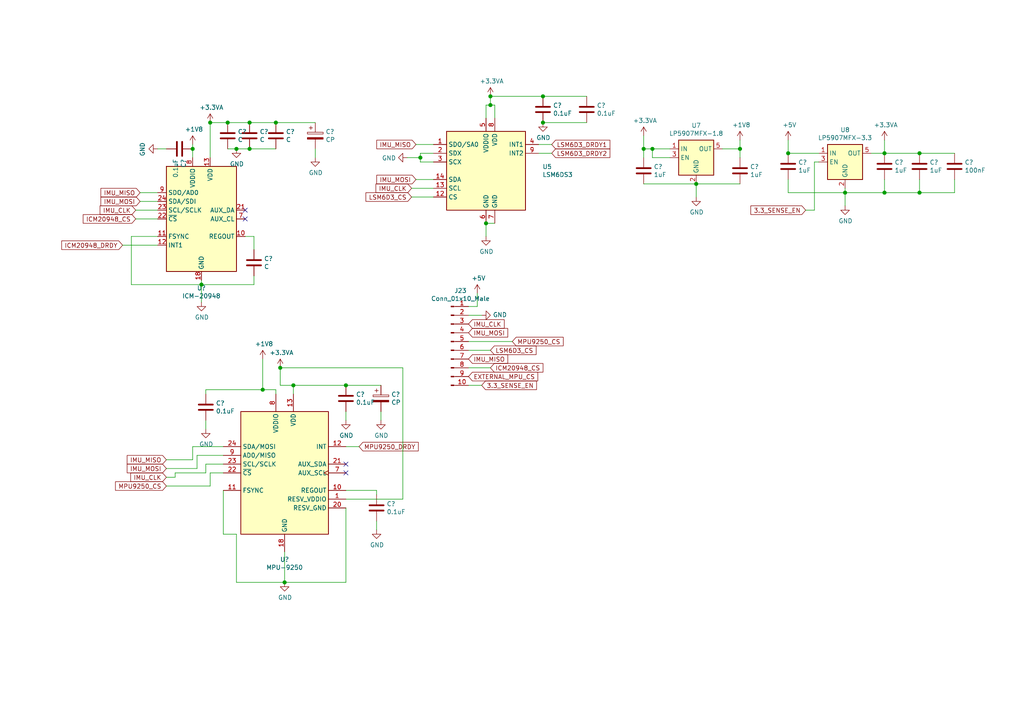
<source format=kicad_sch>
(kicad_sch (version 20200828) (generator eeschema)
  (page 1 1)
  (paper "A4")
  (lib_symbols
    (symbol "Connector:Conn_01x10_Male" (pin_names (offset 1.016) hide)
      (property "Reference" "J" (at 0 12.7 0))
      (property "Value" "Conn_01x10_Male" (at 0 -15.24 0))
      (symbol "Conn_01x10_Male_1_1"
        (rectangle (start 0.8636 -12.573) (end 0 -12.827) (stroke (width 0.1524)) (fill (type outline)))
        (rectangle (start 0.8636 -10.033) (end 0 -10.287) (stroke (width 0.1524)) (fill (type outline)))
        (rectangle (start 0.8636 -7.493) (end 0 -7.747) (stroke (width 0.1524)) (fill (type outline)))
        (rectangle (start 0.8636 -4.953) (end 0 -5.207) (stroke (width 0.1524)) (fill (type outline)))
        (rectangle (start 0.8636 -2.413) (end 0 -2.667) (stroke (width 0.1524)) (fill (type outline)))
        (rectangle (start 0.8636 0.127) (end 0 -0.127) (stroke (width 0.1524)) (fill (type outline)))
        (rectangle (start 0.8636 2.667) (end 0 2.413) (stroke (width 0.1524)) (fill (type outline)))
        (rectangle (start 0.8636 5.207) (end 0 4.953) (stroke (width 0.1524)) (fill (type outline)))
        (rectangle (start 0.8636 7.747) (end 0 7.493) (stroke (width 0.1524)) (fill (type outline)))
        (rectangle (start 0.8636 10.287) (end 0 10.033) (stroke (width 0.1524)) (fill (type outline)))
        (polyline (pts (xy 1.27 -12.7) (xy 0.8636 -12.7)) (stroke (width 0.1524)))
        (polyline (pts (xy 1.27 -10.16) (xy 0.8636 -10.16)) (stroke (width 0.1524)))
        (polyline (pts (xy 1.27 -7.62) (xy 0.8636 -7.62)) (stroke (width 0.1524)))
        (polyline (pts (xy 1.27 -5.08) (xy 0.8636 -5.08)) (stroke (width 0.1524)))
        (polyline (pts (xy 1.27 -2.54) (xy 0.8636 -2.54)) (stroke (width 0.1524)))
        (polyline (pts (xy 1.27 0) (xy 0.8636 0)) (stroke (width 0.1524)))
        (polyline (pts (xy 1.27 2.54) (xy 0.8636 2.54)) (stroke (width 0.1524)))
        (polyline (pts (xy 1.27 5.08) (xy 0.8636 5.08)) (stroke (width 0.1524)))
        (polyline (pts (xy 1.27 7.62) (xy 0.8636 7.62)) (stroke (width 0.1524)))
        (polyline (pts (xy 1.27 10.16) (xy 0.8636 10.16)) (stroke (width 0.1524)))
        (pin passive line (at 5.08 10.16 180) (length 3.81) (name "Pin_1") (number "1"))
        (pin passive line (at 5.08 -12.7 180) (length 3.81) (name "Pin_10") (number "10"))
        (pin passive line (at 5.08 7.62 180) (length 3.81) (name "Pin_2") (number "2"))
        (pin passive line (at 5.08 5.08 180) (length 3.81) (name "Pin_3") (number "3"))
        (pin passive line (at 5.08 2.54 180) (length 3.81) (name "Pin_4") (number "4"))
        (pin passive line (at 5.08 0 180) (length 3.81) (name "Pin_5") (number "5"))
        (pin passive line (at 5.08 -2.54 180) (length 3.81) (name "Pin_6") (number "6"))
        (pin passive line (at 5.08 -5.08 180) (length 3.81) (name "Pin_7") (number "7"))
        (pin passive line (at 5.08 -7.62 180) (length 3.81) (name "Pin_8") (number "8"))
        (pin passive line (at 5.08 -10.16 180) (length 3.81) (name "Pin_9") (number "9"))
      )
    )
    (symbol "Device:C" (pin_numbers hide) (pin_names (offset 0.254))
      (property "Reference" "C" (at 0.635 2.54 0))
      (property "Value" "C" (at 0.635 -2.54 0))
      (symbol "C_0_1"
        (polyline (pts (xy -2.032 -0.762) (xy 2.032 -0.762)) (stroke (width 0.508)))
        (polyline (pts (xy -2.032 0.762) (xy 2.032 0.762)) (stroke (width 0.508)))
      )
      (symbol "C_1_1"
        (pin passive line (at 0 3.81 270) (length 2.794) (name "~") (number "1"))
        (pin passive line (at 0 -3.81 90) (length 2.794) (name "~") (number "2"))
      )
    )
    (symbol "Device:CP" (pin_numbers hide) (pin_names (offset 0.254))
      (property "Reference" "C" (at 0.635 2.54 0))
      (property "Value" "CP" (at 0.635 -2.54 0))
      (symbol "CP_0_1"
        (rectangle (start -2.286 0.508) (end 2.286 1.016))
        (rectangle (start 2.286 -0.508) (end -2.286 -1.016) (fill (type outline)))
        (polyline (pts (xy -1.778 2.286) (xy -0.762 2.286)))
        (polyline (pts (xy -1.27 2.794) (xy -1.27 1.778)))
      )
      (symbol "CP_1_1"
        (pin passive line (at 0 3.81 270) (length 2.794) (name "~") (number "1"))
        (pin passive line (at 0 -3.81 90) (length 2.794) (name "~") (number "2"))
      )
    )
    (symbol "Regulator_Linear:LP5907MFX-1.8"
      (property "Reference" "U" (at -3.81 6.35 0))
      (property "Value" "LP5907MFX-1.8" (at 6.35 6.35 0))
      (symbol "LP5907MFX-1.8_0_1"
        (rectangle (start -5.08 -5.08) (end 5.08 5.08) (stroke (width 0.254)) (fill (type background)))
        (pin power_in line (at -7.62 2.54 0) (length 2.54) (name "IN") (number "1"))
        (pin power_in line (at 0 -7.62 90) (length 2.54) (name "GND") (number "2"))
        (pin input line (at -7.62 0 0) (length 2.54) (name "EN") (number "3"))
        (pin unconnected line (at 5.08 0 180) (length 2.54) hide (name "NC") (number "4"))
        (pin power_out line (at 7.62 2.54 180) (length 2.54) (name "OUT") (number "5"))
      )
    )
    (symbol "Regulator_Linear:LP5907MFX-3.3"
      (property "Reference" "U" (at -3.81 6.35 0))
      (property "Value" "LP5907MFX-3.3" (at 6.35 6.35 0))
      (symbol "LP5907MFX-3.3_0_1"
        (rectangle (start -5.08 -5.08) (end 5.08 5.08) (stroke (width 0.254)) (fill (type background)))
        (pin power_in line (at -7.62 2.54 0) (length 2.54) (name "IN") (number "1"))
        (pin power_in line (at 0 -7.62 90) (length 2.54) (name "GND") (number "2"))
        (pin input line (at -7.62 0 0) (length 2.54) (name "EN") (number "3"))
        (pin unconnected line (at 5.08 0 180) (length 2.54) hide (name "NC") (number "4"))
        (pin power_out line (at 7.62 2.54 180) (length 2.54) (name "OUT") (number "5"))
      )
    )
    (symbol "Sensor_Motion:ICM-20948"
      (property "Reference" "U" (at -11.43 16.51 0))
      (property "Value" "ICM-20948" (at 7.62 -16.51 0))
      (symbol "ICM-20948_0_1"
        (rectangle (start -10.16 15.24) (end 10.16 -15.24) (stroke (width 0.254)) (fill (type background)))
      )
      (symbol "ICM-20948_1_1"
        (pin unconnected line (at -10.16 12.7 0) (length 2.54) hide (name "NC") (number "1"))
        (pin passive line (at 12.7 -5.08 180) (length 2.54) (name "REGOUT") (number "10"))
        (pin input line (at -12.7 -5.08 0) (length 2.54) (name "FSYNC") (number "11"))
        (pin output line (at -12.7 -7.62 0) (length 2.54) (name "INT1") (number "12"))
        (pin power_in line (at 2.54 17.78 270) (length 2.54) (name "VDD") (number "13"))
        (pin unconnected line (at 10.16 7.62 180) (length 2.54) hide (name "NC") (number "14"))
        (pin unconnected line (at 10.16 5.08 180) (length 2.54) hide (name "NC") (number "15"))
        (pin unconnected line (at 10.16 -7.62 180) (length 2.54) hide (name "NC") (number "16"))
        (pin unconnected line (at 10.16 -10.16 180) (length 2.54) hide (name "NC") (number "17"))
        (pin power_in line (at 0 -17.78 90) (length 2.54) (name "GND") (number "18"))
        (pin unconnected line (at 10.16 -12.7 180) (length 2.54) hide (name "RESV") (number "19"))
        (pin unconnected line (at -10.16 10.16 0) (length 2.54) hide (name "NC") (number "2"))
        (pin passive line (at 0 -17.78 90) (length 2.54) hide (name "GND") (number "20"))
        (pin bidirectional line (at 12.7 2.54 180) (length 2.54) (name "AUX_DA") (number "21"))
        (pin input line (at -12.7 0 0) (length 2.54) (name "~CS") (number "22"))
        (pin input line (at -12.7 2.54 0) (length 2.54) (name "SCL/SCLK") (number "23"))
        (pin bidirectional line (at -12.7 5.08 0) (length 2.54) (name "SDA/SDI") (number "24"))
        (pin unconnected line (at -10.16 -2.54 0) (length 2.54) hide (name "NC") (number "3"))
        (pin unconnected line (at -10.16 -10.16 0) (length 2.54) hide (name "NC") (number "4"))
        (pin unconnected line (at -10.16 -12.7 0) (length 2.54) hide (name "NC") (number "5"))
        (pin unconnected line (at 10.16 10.16 180) (length 2.54) hide (name "NC") (number "6"))
        (pin output line (at 12.7 0 180) (length 2.54) (name "AUX_CL") (number "7"))
        (pin power_in line (at -2.54 17.78 270) (length 2.54) (name "VDDIO") (number "8"))
        (pin bidirectional line (at -12.7 7.62 0) (length 2.54) (name "SDO/AD0") (number "9"))
      )
    )
    (symbol "Sensor_Motion:LSM6DS3"
      (property "Reference" "U" (at -11.43 15.24 0))
      (property "Value" "LSM6DS3" (at -11.43 12.7 0))
      (symbol "LSM6DS3_0_1"
        (rectangle (start 11.43 11.43) (end -11.43 -11.43) (stroke (width 0.254)) (fill (type background)))
      )
      (symbol "LSM6DS3_1_1"
        (pin bidirectional line (at -15.24 7.62 0) (length 3.81) (name "SDO/SA0") (number "1"))
        (pin unconnected line (at 10.16 -5.08 180) (length 3.81) hide (name "NC") (number "10"))
        (pin unconnected line (at 10.16 -2.54 180) (length 3.81) hide (name "NC") (number "11"))
        (pin input line (at -15.24 -7.62 0) (length 3.81) (name "CS") (number "12"))
        (pin input line (at -15.24 -5.08 0) (length 3.81) (name "SCL") (number "13"))
        (pin bidirectional line (at -15.24 -2.54 0) (length 3.81) (name "SDA") (number "14"))
        (pin bidirectional line (at -15.24 5.08 0) (length 3.81) (name "SDX") (number "2"))
        (pin input line (at -15.24 2.54 0) (length 3.81) (name "SCX") (number "3"))
        (pin output line (at 15.24 7.62 180) (length 3.81) (name "INT1") (number "4"))
        (pin power_in line (at 0 15.24 270) (length 3.81) (name "VDDIO") (number "5"))
        (pin power_in line (at 0 -15.24 90) (length 3.81) (name "GND") (number "6"))
        (pin power_in line (at 2.54 -15.24 90) (length 3.81) (name "GND") (number "7"))
        (pin power_in line (at 2.54 15.24 270) (length 3.81) (name "VDD") (number "8"))
        (pin output line (at 15.24 5.08 180) (length 3.81) (name "INT2") (number "9"))
      )
    )
    (symbol "Sensor_Motion:MPU-9250"
      (property "Reference" "U" (at -11.43 19.05 0))
      (property "Value" "MPU-9250" (at 7.62 -19.05 0))
      (symbol "MPU-9250_0_1"
        (rectangle (start -12.7 17.78) (end 12.7 -17.78) (stroke (width 0.254)) (fill (type background)))
      )
      (symbol "MPU-9250_1_1"
        (pin input line (at 17.78 -7.62 180) (length 5.08) (name "RESV_VDDIO") (number "1"))
        (pin passive line (at 17.78 -5.08 180) (length 5.08) (name "REGOUT") (number "10"))
        (pin input line (at -17.78 -5.08 0) (length 5.08) (name "FSYNC") (number "11"))
        (pin output line (at 17.78 7.62 180) (length 5.08) (name "INT") (number "12"))
        (pin power_in line (at 2.54 22.86 270) (length 5.08) (name "VDD") (number "13"))
        (pin power_in line (at 0 -22.86 90) (length 5.08) (name "GND") (number "18"))
        (pin power_in line (at 17.78 -10.16 180) (length 5.08) (name "RESV_GND") (number "20"))
        (pin bidirectional line (at 17.78 2.54 180) (length 5.08) (name "AUX_SDA") (number "21"))
        (pin input line (at -17.78 0 0) (length 5.08) (name "~CS") (number "22"))
        (pin input line (at -17.78 2.54 0) (length 5.08) (name "SCL/SCLK") (number "23"))
        (pin bidirectional line (at -17.78 7.62 0) (length 5.08) (name "SDA/MOSI") (number "24"))
        (pin output clock (at 17.78 0 180) (length 5.08) (name "AUX_SCL") (number "7"))
        (pin power_in line (at -2.54 22.86 270) (length 5.08) (name "VDDIO") (number "8"))
        (pin bidirectional line (at -17.78 5.08 0) (length 5.08) (name "AD0/MISO") (number "9"))
      )
    )
    (symbol "power:+1V8" (power) (pin_names (offset 0))
      (property "Value" "+1V8" (at 0 3.556 0))
      (symbol "+1V8_0_1"
        (polyline (pts (xy -0.762 1.27) (xy 0 2.54)))
        (polyline (pts (xy 0 0) (xy 0 2.54)))
        (polyline (pts (xy 0 2.54) (xy 0.762 1.27)))
      )
      (symbol "+1V8_1_1"
        (pin power_in line (at 0 0 90) (length 0) hide (name "+1V8") (number "1"))
      )
    )
    (symbol "power:+3.3VA" (power) (pin_names (offset 0))
      (property "Value" "+3.3VA" (at 0 3.556 0))
      (symbol "+3.3VA_0_1"
        (polyline (pts (xy -0.762 1.27) (xy 0 2.54)))
        (polyline (pts (xy 0 0) (xy 0 2.54)))
        (polyline (pts (xy 0 2.54) (xy 0.762 1.27)))
      )
      (symbol "+3.3VA_1_1"
        (pin power_in line (at 0 0 90) (length 0) hide (name "+3.3VA") (number "1"))
      )
    )
    (symbol "power:+5V" (power) (pin_names (offset 0))
      (property "Value" "+5V" (at 0 3.556 0))
      (symbol "+5V_0_1"
        (polyline (pts (xy -0.762 1.27) (xy 0 2.54)))
        (polyline (pts (xy 0 0) (xy 0 2.54)))
        (polyline (pts (xy 0 2.54) (xy 0.762 1.27)))
      )
      (symbol "+5V_1_1"
        (pin power_in line (at 0 0 90) (length 0) hide (name "+5V") (number "1"))
      )
    )
    (symbol "power:GND" (power) (pin_names (offset 0))
      (property "Value" "GND" (at 0 -3.81 0))
      (symbol "GND_0_1"
        (polyline (pts (xy 0 0) (xy 0 -1.27) (xy 1.27 -1.27) (xy 0 -2.54) (xy -1.27 -1.27) (xy 0 -1.27)))
      )
      (symbol "GND_1_1"
        (pin power_in line (at 0 0 270) (length 0) hide (name "GND") (number "1"))
      )
    )
  )
  (junction (at 55.88 43.18) (diameter 1.016))
  (junction (at 58.42 82.55) (diameter 1.016))
  (junction (at 60.96 35.56) (diameter 1.016))
  (junction (at 66.04 35.56) (diameter 1.016))
  (junction (at 68.58 43.18) (diameter 1.016))
  (junction (at 72.39 35.56) (diameter 1.016))
  (junction (at 72.39 43.18) (diameter 1.016))
  (junction (at 76.2 113.03) (diameter 1.016))
  (junction (at 80.01 35.56) (diameter 1.016))
  (junction (at 81.28 106.68) (diameter 1.016))
  (junction (at 82.55 168.91) (diameter 1.016))
  (junction (at 85.09 111.76) (diameter 1.016))
  (junction (at 100.33 111.76) (diameter 1.016))
  (junction (at 121.92 45.72) (diameter 1.016))
  (junction (at 140.97 64.77) (diameter 1.016))
  (junction (at 142.24 27.94) (diameter 1.016))
  (junction (at 142.24 30.48) (diameter 1.016))
  (junction (at 157.48 27.94) (diameter 1.016))
  (junction (at 157.48 35.56) (diameter 1.016))
  (junction (at 186.69 43.18) (diameter 1.016))
  (junction (at 189.23 43.18) (diameter 1.016))
  (junction (at 201.93 53.34) (diameter 1.016))
  (junction (at 214.63 43.18) (diameter 1.016))
  (junction (at 228.6 44.45) (diameter 1.016))
  (junction (at 245.11 55.88) (diameter 1.016))
  (junction (at 256.54 44.45) (diameter 1.016))
  (junction (at 256.54 55.88) (diameter 1.016))
  (junction (at 266.7 44.45) (diameter 1.016))
  (junction (at 266.7 55.88) (diameter 1.016))
  (no_connect (at 71.12 63.5))
  (no_connect (at 100.33 137.16))
  (no_connect (at 71.12 60.96))
  (no_connect (at 100.33 134.62))
  (wire (pts (xy 35.56 71.12) (xy 45.72 71.12)))
  (wire (pts (xy 38.1 68.58) (xy 38.1 82.55)))
  (wire (pts (xy 38.1 82.55) (xy 58.42 82.55)))
  (wire (pts (xy 39.37 60.96) (xy 45.72 60.96)))
  (wire (pts (xy 39.37 63.5) (xy 45.72 63.5)))
  (wire (pts (xy 40.64 58.42) (xy 45.72 58.42)))
  (wire (pts (xy 45.72 55.88) (xy 40.64 55.88)))
  (wire (pts (xy 45.72 68.58) (xy 38.1 68.58)))
  (wire (pts (xy 48.26 43.18) (xy 45.72 43.18)))
  (wire (pts (xy 48.26 133.35) (xy 55.88 133.35)))
  (wire (pts (xy 48.26 140.97) (xy 60.96 140.97)))
  (wire (pts (xy 50.8 137.16) (xy 50.8 138.43)))
  (wire (pts (xy 50.8 137.16) (xy 59.69 137.16)))
  (wire (pts (xy 50.8 138.43) (xy 48.26 138.43)))
  (wire (pts (xy 55.88 43.18) (xy 55.88 41.91)))
  (wire (pts (xy 55.88 45.72) (xy 55.88 43.18)))
  (wire (pts (xy 55.88 129.54) (xy 55.88 133.35)))
  (wire (pts (xy 55.88 129.54) (xy 64.77 129.54)))
  (wire (pts (xy 57.15 132.08) (xy 57.15 135.89)))
  (wire (pts (xy 57.15 135.89) (xy 48.26 135.89)))
  (wire (pts (xy 58.42 82.55) (xy 58.42 81.28)))
  (wire (pts (xy 58.42 82.55) (xy 58.42 87.63)))
  (wire (pts (xy 59.69 113.03) (xy 59.69 114.3)))
  (wire (pts (xy 59.69 113.03) (xy 76.2 113.03)))
  (wire (pts (xy 59.69 121.92) (xy 59.69 124.46)))
  (wire (pts (xy 59.69 134.62) (xy 64.77 134.62)))
  (wire (pts (xy 59.69 137.16) (xy 59.69 134.62)))
  (wire (pts (xy 60.96 35.56) (xy 60.96 45.72)))
  (wire (pts (xy 60.96 35.56) (xy 66.04 35.56)))
  (wire (pts (xy 60.96 137.16) (xy 64.77 137.16)))
  (wire (pts (xy 60.96 140.97) (xy 60.96 137.16)))
  (wire (pts (xy 64.77 132.08) (xy 57.15 132.08)))
  (wire (pts (xy 64.77 142.24) (xy 64.77 154.94)))
  (wire (pts (xy 64.77 154.94) (xy 68.58 154.94)))
  (wire (pts (xy 66.04 35.56) (xy 72.39 35.56)))
  (wire (pts (xy 66.04 43.18) (xy 68.58 43.18)))
  (wire (pts (xy 68.58 43.18) (xy 72.39 43.18)))
  (wire (pts (xy 68.58 168.91) (xy 68.58 154.94)))
  (wire (pts (xy 68.58 168.91) (xy 82.55 168.91)))
  (wire (pts (xy 71.12 68.58) (xy 73.66 68.58)))
  (wire (pts (xy 72.39 35.56) (xy 80.01 35.56)))
  (wire (pts (xy 73.66 68.58) (xy 73.66 72.39)))
  (wire (pts (xy 73.66 80.01) (xy 73.66 82.55)))
  (wire (pts (xy 73.66 82.55) (xy 58.42 82.55)))
  (wire (pts (xy 76.2 104.14) (xy 76.2 113.03)))
  (wire (pts (xy 76.2 113.03) (xy 80.01 113.03)))
  (wire (pts (xy 80.01 43.18) (xy 72.39 43.18)))
  (wire (pts (xy 80.01 113.03) (xy 80.01 114.3)))
  (wire (pts (xy 81.28 106.68) (xy 81.28 111.76)))
  (wire (pts (xy 82.55 160.02) (xy 82.55 168.91)))
  (wire (pts (xy 85.09 111.76) (xy 81.28 111.76)))
  (wire (pts (xy 85.09 111.76) (xy 100.33 111.76)))
  (wire (pts (xy 85.09 114.3) (xy 85.09 111.76)))
  (wire (pts (xy 91.44 35.56) (xy 80.01 35.56)))
  (wire (pts (xy 91.44 43.18) (xy 91.44 45.72)))
  (wire (pts (xy 100.33 111.76) (xy 110.49 111.76)))
  (wire (pts (xy 100.33 119.38) (xy 100.33 121.92)))
  (wire (pts (xy 100.33 142.24) (xy 109.22 142.24)))
  (wire (pts (xy 100.33 144.78) (xy 116.84 144.78)))
  (wire (pts (xy 100.33 147.32) (xy 100.33 168.91)))
  (wire (pts (xy 100.33 168.91) (xy 82.55 168.91)))
  (wire (pts (xy 104.14 129.54) (xy 100.33 129.54)))
  (wire (pts (xy 109.22 142.24) (xy 109.22 143.51)))
  (wire (pts (xy 109.22 153.67) (xy 109.22 151.13)))
  (wire (pts (xy 110.49 119.38) (xy 110.49 121.92)))
  (wire (pts (xy 116.84 106.68) (xy 81.28 106.68)))
  (wire (pts (xy 116.84 144.78) (xy 116.84 106.68)))
  (wire (pts (xy 118.11 45.72) (xy 121.92 45.72)))
  (wire (pts (xy 119.38 54.61) (xy 125.73 54.61)))
  (wire (pts (xy 119.38 57.15) (xy 125.73 57.15)))
  (wire (pts (xy 120.65 52.07) (xy 125.73 52.07)))
  (wire (pts (xy 121.92 44.45) (xy 121.92 45.72)))
  (wire (pts (xy 121.92 45.72) (xy 121.92 46.99)))
  (wire (pts (xy 121.92 46.99) (xy 125.73 46.99)))
  (wire (pts (xy 125.73 41.91) (xy 120.65 41.91)))
  (wire (pts (xy 125.73 44.45) (xy 121.92 44.45)))
  (wire (pts (xy 135.89 88.9) (xy 138.43 88.9)))
  (wire (pts (xy 135.89 91.44) (xy 139.7 91.44)))
  (wire (pts (xy 135.89 111.76) (xy 139.7 111.76)))
  (wire (pts (xy 138.43 88.9) (xy 138.43 85.09)))
  (wire (pts (xy 140.97 30.48) (xy 142.24 30.48)))
  (wire (pts (xy 140.97 34.29) (xy 140.97 30.48)))
  (wire (pts (xy 140.97 64.77) (xy 143.51 64.77)))
  (wire (pts (xy 140.97 68.58) (xy 140.97 64.77)))
  (wire (pts (xy 142.24 27.94) (xy 157.48 27.94)))
  (wire (pts (xy 142.24 30.48) (xy 142.24 27.94)))
  (wire (pts (xy 142.24 30.48) (xy 143.51 30.48)))
  (wire (pts (xy 142.24 101.6) (xy 135.89 101.6)))
  (wire (pts (xy 142.24 106.68) (xy 135.89 106.68)))
  (wire (pts (xy 143.51 30.48) (xy 143.51 34.29)))
  (wire (pts (xy 148.59 99.06) (xy 135.89 99.06)))
  (wire (pts (xy 157.48 27.94) (xy 170.18 27.94)))
  (wire (pts (xy 157.48 35.56) (xy 170.18 35.56)))
  (wire (pts (xy 160.02 41.91) (xy 156.21 41.91)))
  (wire (pts (xy 160.02 44.45) (xy 156.21 44.45)))
  (wire (pts (xy 186.69 39.37) (xy 186.69 43.18)))
  (wire (pts (xy 186.69 43.18) (xy 186.69 45.72)))
  (wire (pts (xy 186.69 43.18) (xy 189.23 43.18)))
  (wire (pts (xy 186.69 53.34) (xy 201.93 53.34)))
  (wire (pts (xy 189.23 43.18) (xy 194.31 43.18)))
  (wire (pts (xy 189.23 45.72) (xy 189.23 43.18)))
  (wire (pts (xy 194.31 45.72) (xy 189.23 45.72)))
  (wire (pts (xy 201.93 53.34) (xy 201.93 57.15)))
  (wire (pts (xy 201.93 53.34) (xy 214.63 53.34)))
  (wire (pts (xy 209.55 43.18) (xy 214.63 43.18)))
  (wire (pts (xy 214.63 43.18) (xy 214.63 40.64)))
  (wire (pts (xy 214.63 43.18) (xy 214.63 45.72)))
  (wire (pts (xy 228.6 44.45) (xy 228.6 40.64)))
  (wire (pts (xy 228.6 44.45) (xy 237.49 44.45)))
  (wire (pts (xy 228.6 52.07) (xy 228.6 55.88)))
  (wire (pts (xy 228.6 55.88) (xy 245.11 55.88)))
  (wire (pts (xy 233.68 60.96) (xy 236.22 60.96)))
  (wire (pts (xy 236.22 46.99) (xy 237.49 46.99)))
  (wire (pts (xy 236.22 60.96) (xy 236.22 46.99)))
  (wire (pts (xy 245.11 55.88) (xy 245.11 54.61)))
  (wire (pts (xy 245.11 55.88) (xy 245.11 59.69)))
  (wire (pts (xy 245.11 55.88) (xy 256.54 55.88)))
  (wire (pts (xy 252.73 44.45) (xy 256.54 44.45)))
  (wire (pts (xy 256.54 44.45) (xy 256.54 40.64)))
  (wire (pts (xy 256.54 44.45) (xy 266.7 44.45)))
  (wire (pts (xy 256.54 52.07) (xy 256.54 55.88)))
  (wire (pts (xy 256.54 55.88) (xy 266.7 55.88)))
  (wire (pts (xy 266.7 44.45) (xy 276.86 44.45)))
  (wire (pts (xy 266.7 52.07) (xy 266.7 55.88)))
  (wire (pts (xy 266.7 55.88) (xy 276.86 55.88)))
  (wire (pts (xy 276.86 52.07) (xy 276.86 55.88)))
  (global_label "ICM20948_DRDY" (shape input) (at 35.56 71.12 180))
  (global_label "IMU_CLK" (shape input) (at 39.37 60.96 180))
  (global_label "ICM20948_CS" (shape input) (at 39.37 63.5 180))
  (global_label "IMU_MISO" (shape input) (at 40.64 55.88 180))
  (global_label "IMU_MOSI" (shape input) (at 40.64 58.42 180))
  (global_label "IMU_MISO" (shape input) (at 48.26 133.35 180))
  (global_label "IMU_MOSI" (shape input) (at 48.26 135.89 180))
  (global_label "IMU_CLK" (shape input) (at 48.26 138.43 180))
  (global_label "MPU9250_CS" (shape input) (at 48.26 140.97 180))
  (global_label "MPU9250_DRDY" (shape input) (at 104.14 129.54 0))
  (global_label "IMU_CLK" (shape input) (at 119.38 54.61 180))
  (global_label "LSM6D3_CS" (shape input) (at 119.38 57.15 180))
  (global_label "IMU_MISO" (shape input) (at 120.65 41.91 180))
  (global_label "IMU_MOSI" (shape input) (at 120.65 52.07 180))
  (global_label "IMU_CLK" (shape input) (at 135.89 93.98 0))
  (global_label "IMU_MOSI" (shape input) (at 135.89 96.52 0))
  (global_label "IMU_MISO" (shape input) (at 135.89 104.14 0))
  (global_label "EXTERNAL_MPU_CS" (shape input) (at 135.89 109.22 0))
  (global_label "3.3_SENSE_EN" (shape input) (at 139.7 111.76 0))
  (global_label "LSM6D3_CS" (shape input) (at 142.24 101.6 0))
  (global_label "ICM20948_CS" (shape input) (at 142.24 106.68 0))
  (global_label "MPU9250_CS" (shape input) (at 148.59 99.06 0))
  (global_label "LSM6D3_DRDY1" (shape input) (at 160.02 41.91 0))
  (global_label "LSM6D3_DRDY2" (shape input) (at 160.02 44.45 0))
  (global_label "3.3_SENSE_EN" (shape input) (at 233.68 60.96 180))
  (symbol (lib_id "power:+1V8") (at 55.88 41.91 0)
    (property "Reference" "#PWR?" (effects hide))
    (property "Value" "+1V8" (at 56.261 37.5158 0))
  )
  (symbol (lib_id "power:+3.3VA") (at 60.96 35.56 0)
    (property "Reference" "#PWR?" (effects hide))
    (property "Value" "+3.3VA" (at 61.341 31.1658 0))
  )
  (symbol (lib_id "power:+1V8") (at 76.2 104.14 0)
    (property "Reference" "#PWR?" (effects hide))
    (property "Value" "+1V8" (at 76.581 99.7458 0))
  )
  (symbol (lib_id "power:+3.3VA") (at 81.28 106.68 0)
    (property "Reference" "#PWR?" (effects hide))
    (property "Value" "+3.3VA" (at 81.661 102.2858 0))
  )
  (symbol (lib_id "power:+5V") (at 138.43 85.09 0)
    (property "Reference" "#PWR?" (effects hide))
    (property "Value" "+5V" (at 138.811 80.6958 0))
  )
  (symbol (lib_id "power:+3.3VA") (at 142.24 27.94 0)
    (property "Reference" "#PWR?" (effects hide))
    (property "Value" "+3.3VA" (at 142.621 23.5458 0))
  )
  (symbol (lib_id "power:+3.3VA") (at 186.69 39.37 0)
    (property "Reference" "#PWR?" (effects hide))
    (property "Value" "+3.3VA" (at 187.071 34.9758 0))
  )
  (symbol (lib_id "power:+1V8") (at 214.63 40.64 0)
    (property "Reference" "#PWR?" (effects hide))
    (property "Value" "+1V8" (at 215.011 36.2458 0))
  )
  (symbol (lib_id "power:+5V") (at 228.6 40.64 0)
    (property "Reference" "#PWR?" (effects hide))
    (property "Value" "+5V" (at 228.981 36.2458 0))
  )
  (symbol (lib_id "power:+3.3VA") (at 256.54 40.64 0)
    (property "Reference" "#PWR?" (effects hide))
    (property "Value" "+3.3VA" (at 256.921 36.2458 0))
  )
  (symbol (lib_id "power:GND") (at 45.72 43.18 270)
    (property "Reference" "#PWR?" (effects hide))
    (property "Value" "GND" (at 41.3258 43.307 0))
  )
  (symbol (lib_id "power:GND") (at 58.42 87.63 0)
    (property "Reference" "#PWR?" (effects hide))
    (property "Value" "GND" (at 58.547 92.0242 0))
  )
  (symbol (lib_id "power:GND") (at 59.69 124.46 0)
    (property "Reference" "#PWR?" (effects hide))
    (property "Value" "GND" (at 59.817 128.8542 0))
  )
  (symbol (lib_id "power:GND") (at 68.58 43.18 0)
    (property "Reference" "#PWR?" (effects hide))
    (property "Value" "GND" (at 68.707 47.5742 0))
  )
  (symbol (lib_id "power:GND") (at 82.55 168.91 0)
    (property "Reference" "#PWR?" (effects hide))
    (property "Value" "GND" (at 82.677 173.3042 0))
  )
  (symbol (lib_id "power:GND") (at 91.44 45.72 0)
    (property "Reference" "#PWR?" (effects hide))
    (property "Value" "GND" (at 91.567 50.1142 0))
  )
  (symbol (lib_id "power:GND") (at 100.33 121.92 0)
    (property "Reference" "#PWR?" (effects hide))
    (property "Value" "GND" (at 100.457 126.3142 0))
  )
  (symbol (lib_id "power:GND") (at 109.22 153.67 0)
    (property "Reference" "#PWR?" (effects hide))
    (property "Value" "GND" (at 109.347 158.0642 0))
  )
  (symbol (lib_id "power:GND") (at 110.49 121.92 0)
    (property "Reference" "#PWR?" (effects hide))
    (property "Value" "GND" (at 110.617 126.3142 0))
  )
  (symbol (lib_id "power:GND") (at 118.11 45.72 270) (unit 1)
    (property "Reference" "#PWR0140" (effects hide))
    (property "Value" "GND" (at 114.8588 45.847 90) (effects (justify right)))
  )
  (symbol (lib_id "power:GND") (at 139.7 91.44 90) (unit 1)
    (property "Reference" "#PWR0189" (effects hide))
    (property "Value" "GND" (at 142.9512 91.313 90) (effects (justify right)))
  )
  (symbol (lib_id "power:GND") (at 140.97 68.58 0) (unit 1)
    (property "Reference" "#PWR0137" (effects hide))
    (property "Value" "GND" (at 141.097 72.9742 0))
  )
  (symbol (lib_id "power:GND") (at 157.48 35.56 0) (unit 1)
    (property "Reference" "#PWR0139" (effects hide))
    (property "Value" "GND" (at 157.607 39.9542 0))
  )
  (symbol (lib_id "power:GND") (at 201.93 57.15 0)
    (property "Reference" "#PWR?" (effects hide))
    (property "Value" "GND" (at 202.057 61.5442 0))
  )
  (symbol (lib_id "power:GND") (at 245.11 59.69 0)
    (property "Reference" "#PWR?" (effects hide))
    (property "Value" "GND" (at 245.237 64.0842 0))
  )
  (symbol (lib_id "Device:C") (at 52.07 43.18 270)
    (property "Reference" "C?" (at 53.2384 46.101 0) (effects (justify left)))
    (property "Value" "0.1uF" (at 50.927 46.101 0) (effects (justify left)))
    (property "Footprint" "Capacitor_SMD:C_0603_1608Metric" (effects hide))
  )
  (symbol (lib_id "Device:C") (at 59.69 118.11 0)
    (property "Reference" "C?" (at 62.611 116.9416 0) (effects (justify left)))
    (property "Value" "0.1uF" (at 62.611 119.253 0) (effects (justify left)))
    (property "Footprint" "Capacitor_SMD:C_0603_1608Metric" (effects hide))
  )
  (symbol (lib_id "Device:C") (at 66.04 39.37 0)
    (property "Reference" "C?" (at 68.961 38.2016 0) (effects (justify left)))
    (property "Value" "C" (at 68.961 40.513 0) (effects (justify left)))
    (property "Footprint" "Capacitor_SMD:C_0402_1005Metric" (effects hide))
  )
  (symbol (lib_id "Device:C") (at 72.39 39.37 0)
    (property "Reference" "C?" (at 75.311 38.2016 0) (effects (justify left)))
    (property "Value" "C" (at 75.311 40.513 0) (effects (justify left)))
    (property "Footprint" "Capacitor_SMD:C_0402_1005Metric" (effects hide))
  )
  (symbol (lib_id "Device:C") (at 73.66 76.2 0)
    (property "Reference" "C?" (at 76.581 75.0316 0) (effects (justify left)))
    (property "Value" "C" (at 76.581 77.343 0) (effects (justify left)))
    (property "Footprint" "Capacitor_SMD:C_0402_1005Metric" (effects hide))
  )
  (symbol (lib_id "Device:C") (at 80.01 39.37 0)
    (property "Reference" "C?" (at 82.931 38.2016 0) (effects (justify left)))
    (property "Value" "C" (at 82.931 40.513 0) (effects (justify left)))
    (property "Footprint" "Capacitor_SMD:C_0402_1005Metric" (effects hide))
  )
  (symbol (lib_id "Device:CP") (at 91.44 39.37 0)
    (property "Reference" "C?" (at 94.4372 38.2016 0) (effects (justify left)))
    (property "Value" "CP" (at 94.4372 40.513 0) (effects (justify left)))
    (property "Footprint" "Capacitor_SMD:C_1206_3216Metric" (effects hide))
  )
  (symbol (lib_id "Device:C") (at 100.33 115.57 0)
    (property "Reference" "C?" (at 103.251 114.4016 0) (effects (justify left)))
    (property "Value" "0.1uF" (at 103.251 116.713 0) (effects (justify left)))
    (property "Footprint" "Capacitor_SMD:C_0603_1608Metric" (effects hide))
  )
  (symbol (lib_id "Device:C") (at 109.22 147.32 0)
    (property "Reference" "C?" (at 112.141 146.1516 0) (effects (justify left)))
    (property "Value" "0.1uF" (at 112.141 148.463 0) (effects (justify left)))
    (property "Footprint" "Capacitor_SMD:C_0603_1608Metric" (effects hide))
  )
  (symbol (lib_id "Device:CP") (at 110.49 115.57 0)
    (property "Reference" "C?" (at 113.4872 114.4016 0) (effects (justify left)))
    (property "Value" "CP" (at 113.4872 116.713 0) (effects (justify left)))
    (property "Footprint" "Capacitor_SMD:C_1206_3216Metric" (effects hide))
  )
  (symbol (lib_id "Device:C") (at 157.48 31.75 0)
    (property "Reference" "C?" (at 160.401 30.5816 0) (effects (justify left)))
    (property "Value" "0.1uF" (at 160.401 32.893 0) (effects (justify left)))
    (property "Footprint" "Capacitor_SMD:C_0603_1608Metric" (effects hide))
  )
  (symbol (lib_id "Device:C") (at 170.18 31.75 0)
    (property "Reference" "C?" (at 173.101 30.5816 0) (effects (justify left)))
    (property "Value" "0.1uF" (at 173.101 32.893 0) (effects (justify left)))
    (property "Footprint" "Capacitor_SMD:C_0603_1608Metric" (effects hide))
  )
  (symbol (lib_id "Device:C") (at 186.69 49.53 0)
    (property "Reference" "C?" (at 189.611 48.3616 0) (effects (justify left)))
    (property "Value" "1uF" (at 189.611 50.673 0) (effects (justify left)))
    (property "Footprint" "Capacitor_SMD:C_0603_1608Metric_Pad1.05x0.95mm_HandSolder" (effects hide))
  )
  (symbol (lib_id "Device:C") (at 214.63 49.53 0)
    (property "Reference" "C?" (at 217.551 48.3616 0) (effects (justify left)))
    (property "Value" "1uF" (at 217.551 50.673 0) (effects (justify left)))
    (property "Footprint" "Capacitor_SMD:C_0603_1608Metric_Pad1.05x0.95mm_HandSolder" (effects hide))
  )
  (symbol (lib_id "Device:C") (at 228.6 48.26 0)
    (property "Reference" "C?" (at 231.521 47.0916 0) (effects (justify left)))
    (property "Value" "1uF" (at 231.521 49.403 0) (effects (justify left)))
    (property "Footprint" "Capacitor_SMD:C_0603_1608Metric_Pad1.05x0.95mm_HandSolder" (effects hide))
  )
  (symbol (lib_id "Device:C") (at 256.54 48.26 0)
    (property "Reference" "C?" (at 259.461 47.0916 0) (effects (justify left)))
    (property "Value" "1uF" (at 259.461 49.403 0) (effects (justify left)))
    (property "Footprint" "Capacitor_SMD:C_0603_1608Metric_Pad1.05x0.95mm_HandSolder" (effects hide))
  )
  (symbol (lib_id "Device:C") (at 266.7 48.26 0)
    (property "Reference" "C?" (at 269.621 47.0916 0) (effects (justify left)))
    (property "Value" "1uF" (at 269.621 49.403 0) (effects (justify left)))
    (property "Footprint" "Capacitor_SMD:C_0402_1005Metric" (effects hide))
  )
  (symbol (lib_id "Device:C") (at 276.86 48.26 0)
    (property "Reference" "C?" (at 279.781 47.0916 0) (effects (justify left)))
    (property "Value" "100nF" (at 279.781 49.403 0) (effects (justify left)))
    (property "Footprint" "Capacitor_SMD:C_0402_1005Metric" (effects hide))
  )
  (symbol (lib_id "Connector:Conn_01x10_Male") (at 130.81 99.06 0) (unit 1)
    (property "Reference" "J23" (at 133.5532 84.3026 0))
    (property "Value" "Conn_01x10_Male" (at 133.5532 86.614 0))
    (property "Footprint" "Connector_PinHeader_2.54mm:PinHeader_1x10_P2.54mm_Vertical" (effects hide))
  )
  (symbol (lib_id "Regulator_Linear:LP5907MFX-1.8") (at 201.93 45.72 0) (unit 1)
    (property "Reference" "U7" (at 201.93 36.3982 0))
    (property "Value" "LP5907MFX-1.8" (at 201.93 38.7096 0))
    (property "Footprint" "Package_TO_SOT_SMD:SOT-23-5" (effects hide))
    (property "Datasheet" "http://www.ti.com/lit/ds/symlink/lp5907.pdf" (effects hide))
  )
  (symbol (lib_id "Regulator_Linear:LP5907MFX-3.3") (at 245.11 46.99 0) (unit 1)
    (property "Reference" "U8" (at 245.11 37.6682 0))
    (property "Value" "LP5907MFX-3.3" (at 245.11 39.9796 0))
    (property "Footprint" "Package_TO_SOT_SMD:SOT-23-5" (effects hide))
    (property "Datasheet" "http://www.ti.com/lit/ds/symlink/lp5907.pdf" (effects hide))
  )
  (symbol (lib_id "Sensor_Motion:ICM-20948") (at 58.42 63.5 0)
    (property "Reference" "U?" (at 58.42 83.5406 0))
    (property "Value" "ICM-20948" (at 58.42 85.852 0))
    (property "Footprint" "Sensor_Motion:InvenSense_QFN-24_3x3mm_P0.4mm" (effects hide))
    (property "Datasheet" "http://www.invensense.com/wp-content/uploads/2016/06/DS-000189-ICM-20948-v1.3.pdf" (effects hide))
  )
  (symbol (lib_id "Sensor_Motion:LSM6DS3") (at 140.97 49.53 0) (unit 1)
    (property "Reference" "U5" (at 157.3276 48.3616 0) (effects (justify left)))
    (property "Value" "LSM6DS3" (at 157.3276 50.673 0) (effects (justify left)))
    (property "Footprint" "Package_LGA:LGA-14_3x2.5mm_P0.5mm_LayoutBorder3x4y" (effects hide))
    (property "Datasheet" "www.st.com/resource/en/datasheet/lsm6ds3.pdf" (effects hide))
  )
  (symbol (lib_id "Sensor_Motion:MPU-9250") (at 82.55 137.16 0)
    (property "Reference" "U?" (at 82.55 162.2806 0))
    (property "Value" "MPU-9250" (at 82.55 164.592 0))
    (property "Footprint" "Sensor_Motion:InvenSense_QFN-24_3x3mm_P0.4mm" (effects hide))
    (property "Datasheet" "https://store.invensense.com/datasheets/invensense/MPU9250REV1.0.pdf" (effects hide))
  )
)
</source>
